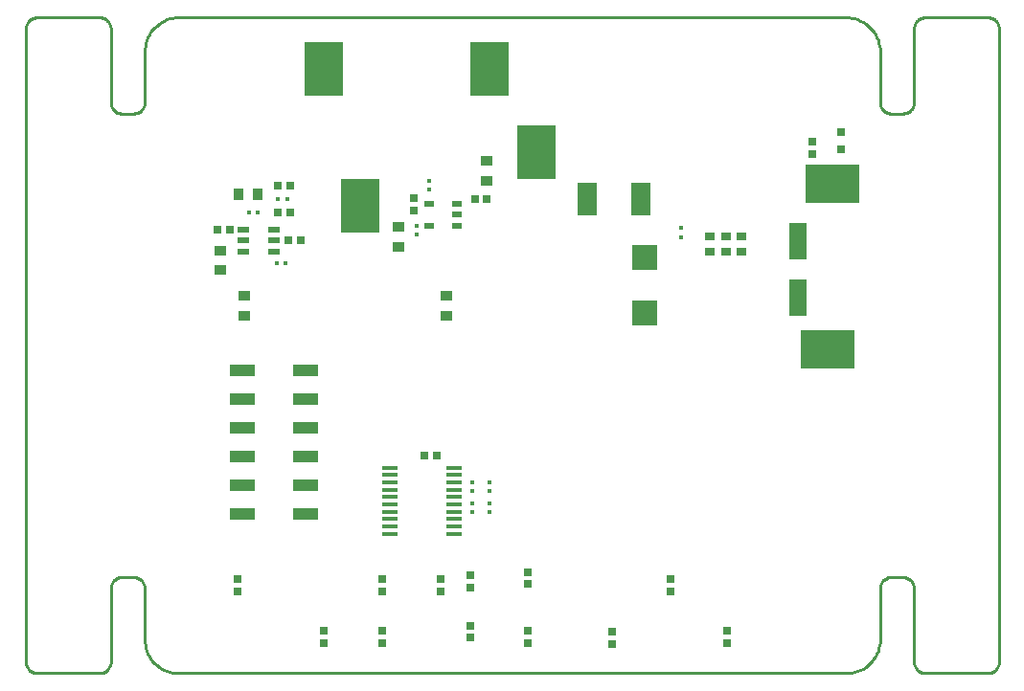
<source format=gbr>
G04 EAGLE Gerber RS-274X export*
G75*
%MOIN*%
%FSLAX34Y34*%
%LPD*%
%INSolderpaste Top*%
%IPPOS*%
%AMOC8*
5,1,8,0,0,1.08239X$1,22.5*%
G01*
%ADD10R,0.030000X0.027000*%
%ADD11R,0.135000X0.185000*%
%ADD12R,0.185000X0.135000*%
%ADD13R,0.087500X0.040000*%
%ADD14R,0.055000X0.013701*%
%ADD15R,0.031496X0.031496*%
%ADD16R,0.039370X0.021654*%
%ADD17R,0.017000X0.017000*%
%ADD18R,0.042000X0.035000*%
%ADD19R,0.027000X0.030000*%
%ADD20R,0.089000X0.085000*%
%ADD21R,0.035433X0.021654*%
%ADD22R,0.035433X0.027559*%
%ADD23R,0.062992X0.125984*%
%ADD24R,0.066000X0.114000*%
%ADD25R,0.035000X0.042000*%
%ADD26C,0.010000*%


D10*
X13320Y2310D03*
X13320Y2730D03*
D11*
X12000Y20270D03*
D12*
X23770Y10500D03*
D13*
X5613Y9750D03*
X3388Y9750D03*
X5613Y8750D03*
X3388Y8750D03*
X5613Y7750D03*
X3388Y7750D03*
X5613Y6750D03*
X3388Y6750D03*
X5613Y5750D03*
X3388Y5750D03*
X5613Y4750D03*
X3388Y4750D03*
D14*
X8548Y4069D03*
X8548Y4325D03*
X8548Y4581D03*
X8548Y4837D03*
X8548Y5093D03*
X8548Y5349D03*
X8548Y5605D03*
X8548Y5861D03*
X10768Y4069D03*
X10768Y4325D03*
X10768Y4581D03*
X10768Y4837D03*
X10768Y5093D03*
X10768Y5349D03*
X10768Y5605D03*
X10768Y5861D03*
X10768Y6116D03*
X10768Y6372D03*
X8548Y6116D03*
X8548Y6372D03*
D15*
X24250Y17455D03*
X24250Y18045D03*
D11*
X6250Y20270D03*
D16*
X3429Y14280D03*
X3429Y14654D03*
X3429Y13906D03*
X4491Y13906D03*
X4491Y14654D03*
X4491Y14280D03*
D17*
X4585Y13500D03*
X4895Y13500D03*
D18*
X2640Y13920D03*
X2640Y13240D03*
D19*
X4650Y15240D03*
X5070Y15240D03*
X5010Y14280D03*
X5430Y14280D03*
D17*
X4645Y15720D03*
X4955Y15720D03*
D18*
X3480Y11660D03*
X3480Y12340D03*
D20*
X17400Y13680D03*
X17400Y11760D03*
D21*
X10872Y15180D03*
X10872Y14806D03*
X10872Y15554D03*
X9888Y15554D03*
X9888Y14806D03*
D17*
X9900Y16045D03*
X9900Y16355D03*
D18*
X10500Y11660D03*
X10500Y12340D03*
D10*
X9360Y15750D03*
X9360Y15330D03*
D19*
X11490Y15720D03*
X11910Y15720D03*
X2970Y14640D03*
X2550Y14640D03*
D22*
X20760Y14416D03*
X20760Y13904D03*
X20220Y14416D03*
X20220Y13904D03*
X19680Y14416D03*
X19680Y13904D03*
D19*
X5070Y16200D03*
X4650Y16200D03*
D23*
X22750Y14250D03*
X22750Y12281D03*
D24*
X15400Y15730D03*
X17280Y15730D03*
D17*
X18670Y14715D03*
X18670Y14405D03*
D10*
X11340Y2190D03*
X11340Y2610D03*
D19*
X10170Y6780D03*
X9750Y6780D03*
D10*
X11340Y450D03*
X11340Y870D03*
D12*
X23920Y16250D03*
D18*
X11900Y16360D03*
X11900Y17040D03*
D17*
X11400Y4825D03*
X11400Y5135D03*
X11400Y5855D03*
X11400Y5545D03*
X12000Y4825D03*
X12000Y5135D03*
X12000Y5855D03*
X12000Y5545D03*
D10*
X23250Y17290D03*
X23250Y17710D03*
D11*
X7500Y15480D03*
X13630Y17360D03*
D10*
X13320Y270D03*
X13320Y690D03*
X6240Y270D03*
X6240Y690D03*
X18300Y2070D03*
X18300Y2490D03*
X8280Y2070D03*
X8280Y2490D03*
X8280Y270D03*
X8280Y690D03*
X10310Y2060D03*
X10310Y2480D03*
X20280Y270D03*
X20280Y690D03*
X3240Y2070D03*
X3240Y2490D03*
X16270Y230D03*
X16270Y650D03*
D17*
X3935Y15240D03*
X3625Y15240D03*
D25*
X3940Y15900D03*
X3260Y15900D03*
D18*
X8820Y14740D03*
X8820Y14060D03*
D17*
X9480Y14795D03*
X9480Y14485D03*
D26*
X-4134Y-394D02*
X-4132Y-428D01*
X-4128Y-462D01*
X-4120Y-496D01*
X-4110Y-528D01*
X-4097Y-560D01*
X-4081Y-591D01*
X-4063Y-620D01*
X-4042Y-647D01*
X-4019Y-672D01*
X-3993Y-695D01*
X-3966Y-716D01*
X-3937Y-735D01*
X-3907Y-751D01*
X-3875Y-764D01*
X-3842Y-774D01*
X-3809Y-781D01*
X-3774Y-786D01*
X-3740Y-787D01*
X-1575Y-787D01*
X-1540Y-786D01*
X-1506Y-781D01*
X-1473Y-774D01*
X-1440Y-764D01*
X-1408Y-751D01*
X-1378Y-735D01*
X-1349Y-716D01*
X-1322Y-695D01*
X-1296Y-672D01*
X-1273Y-647D01*
X-1252Y-620D01*
X-1234Y-591D01*
X-1218Y-560D01*
X-1205Y-528D01*
X-1195Y-496D01*
X-1187Y-462D01*
X-1183Y-428D01*
X-1181Y-394D01*
X-1181Y2165D01*
X-1180Y2200D01*
X-1175Y2234D01*
X-1168Y2267D01*
X-1157Y2300D01*
X-1144Y2332D01*
X-1128Y2362D01*
X-1110Y2391D01*
X-1089Y2418D01*
X-1066Y2444D01*
X-1040Y2467D01*
X-1013Y2488D01*
X-984Y2506D01*
X-954Y2522D01*
X-922Y2535D01*
X-889Y2546D01*
X-856Y2553D01*
X-822Y2558D01*
X-787Y2559D01*
X-394Y2559D01*
X-359Y2558D01*
X-325Y2553D01*
X-292Y2546D01*
X-259Y2535D01*
X-227Y2522D01*
X-197Y2506D01*
X-168Y2488D01*
X-141Y2467D01*
X-115Y2444D01*
X-92Y2418D01*
X-71Y2391D01*
X-53Y2362D01*
X-37Y2332D01*
X-24Y2300D01*
X-13Y2267D01*
X-6Y2234D01*
X-1Y2200D01*
X0Y2165D01*
X0Y394D01*
X4Y291D01*
X18Y189D01*
X40Y88D01*
X71Y-10D01*
X111Y-105D01*
X158Y-197D01*
X214Y-284D01*
X276Y-365D01*
X346Y-441D01*
X422Y-511D01*
X504Y-574D01*
X591Y-629D01*
X682Y-677D01*
X777Y-716D01*
X875Y-747D01*
X976Y-769D01*
X1078Y-783D01*
X1181Y-787D01*
X24409Y-787D01*
X24512Y-783D01*
X24615Y-769D01*
X24715Y-747D01*
X24813Y-716D01*
X24909Y-677D01*
X25000Y-629D01*
X25087Y-574D01*
X25169Y-511D01*
X25245Y-441D01*
X25314Y-365D01*
X25377Y-284D01*
X25432Y-197D01*
X25480Y-105D01*
X25519Y-10D01*
X25550Y88D01*
X25573Y189D01*
X25586Y291D01*
X25591Y394D01*
X25591Y2165D01*
X25592Y2200D01*
X25597Y2234D01*
X25604Y2267D01*
X25614Y2300D01*
X25627Y2332D01*
X25643Y2362D01*
X25662Y2391D01*
X25683Y2418D01*
X25706Y2444D01*
X25731Y2467D01*
X25758Y2488D01*
X25787Y2506D01*
X25818Y2522D01*
X25850Y2535D01*
X25882Y2546D01*
X25916Y2553D01*
X25950Y2558D01*
X25984Y2559D01*
X26378Y2559D01*
X26412Y2558D01*
X26446Y2553D01*
X26480Y2546D01*
X26513Y2535D01*
X26544Y2522D01*
X26575Y2506D01*
X26604Y2488D01*
X26631Y2467D01*
X26656Y2444D01*
X26680Y2418D01*
X26700Y2391D01*
X26719Y2362D01*
X26735Y2332D01*
X26748Y2300D01*
X26758Y2267D01*
X26766Y2234D01*
X26770Y2200D01*
X26772Y2165D01*
X26772Y-394D01*
X26773Y-428D01*
X26778Y-462D01*
X26785Y-496D01*
X26795Y-528D01*
X26809Y-560D01*
X26824Y-591D01*
X26843Y-620D01*
X26864Y-647D01*
X26887Y-672D01*
X26912Y-695D01*
X26940Y-716D01*
X26969Y-735D01*
X26999Y-751D01*
X27031Y-764D01*
X27063Y-774D01*
X27097Y-781D01*
X27131Y-786D01*
X27165Y-787D01*
X29331Y-787D01*
X29365Y-786D01*
X29399Y-781D01*
X29433Y-774D01*
X29465Y-764D01*
X29497Y-751D01*
X29528Y-735D01*
X29557Y-716D01*
X29584Y-695D01*
X29609Y-672D01*
X29632Y-647D01*
X29653Y-620D01*
X29672Y-591D01*
X29688Y-560D01*
X29701Y-528D01*
X29711Y-496D01*
X29718Y-462D01*
X29723Y-428D01*
X29724Y-394D01*
X29724Y21654D01*
X29723Y21688D01*
X29718Y21722D01*
X29711Y21755D01*
X29701Y21788D01*
X29688Y21820D01*
X29672Y21850D01*
X29653Y21879D01*
X29632Y21907D01*
X29609Y21932D01*
X29584Y21955D01*
X29557Y21976D01*
X29528Y21994D01*
X29497Y22010D01*
X29465Y22024D01*
X29433Y22034D01*
X29399Y22041D01*
X29365Y22046D01*
X29331Y22047D01*
X27165Y22047D01*
X27131Y22046D01*
X27097Y22041D01*
X27063Y22034D01*
X27031Y22024D01*
X26999Y22010D01*
X26969Y21994D01*
X26940Y21976D01*
X26912Y21955D01*
X26887Y21932D01*
X26864Y21907D01*
X26843Y21879D01*
X26824Y21850D01*
X26809Y21820D01*
X26795Y21788D01*
X26785Y21755D01*
X26778Y21722D01*
X26773Y21688D01*
X26772Y21654D01*
X26772Y19094D01*
X26770Y19060D01*
X26766Y19026D01*
X26758Y18993D01*
X26748Y18960D01*
X26735Y18928D01*
X26719Y18898D01*
X26700Y18869D01*
X26680Y18841D01*
X26656Y18816D01*
X26631Y18793D01*
X26604Y18772D01*
X26575Y18754D01*
X26544Y18738D01*
X26513Y18725D01*
X26480Y18714D01*
X26446Y18707D01*
X26412Y18702D01*
X26378Y18701D01*
X25984Y18701D01*
X25950Y18702D01*
X25916Y18707D01*
X25882Y18714D01*
X25850Y18725D01*
X25818Y18738D01*
X25787Y18754D01*
X25758Y18772D01*
X25731Y18793D01*
X25706Y18816D01*
X25683Y18841D01*
X25662Y18869D01*
X25643Y18898D01*
X25627Y18928D01*
X25614Y18960D01*
X25604Y18993D01*
X25597Y19026D01*
X25592Y19060D01*
X25591Y19094D01*
X25591Y20866D01*
X25586Y20969D01*
X25573Y21071D01*
X25550Y21172D01*
X25519Y21270D01*
X25480Y21365D01*
X25432Y21457D01*
X25377Y21544D01*
X25314Y21625D01*
X25245Y21701D01*
X25169Y21771D01*
X25087Y21834D01*
X25000Y21889D01*
X24909Y21937D01*
X24813Y21976D01*
X24715Y22007D01*
X24615Y22029D01*
X24512Y22043D01*
X24409Y22047D01*
X1181Y22047D01*
X1078Y22043D01*
X976Y22029D01*
X875Y22007D01*
X777Y21976D01*
X682Y21937D01*
X591Y21889D01*
X504Y21834D01*
X422Y21771D01*
X346Y21701D01*
X276Y21625D01*
X214Y21544D01*
X158Y21457D01*
X111Y21365D01*
X71Y21270D01*
X40Y21172D01*
X18Y21071D01*
X4Y20969D01*
X0Y20866D01*
X0Y19094D01*
X-1Y19060D01*
X-6Y19026D01*
X-13Y18993D01*
X-24Y18960D01*
X-37Y18928D01*
X-53Y18898D01*
X-71Y18869D01*
X-92Y18841D01*
X-115Y18816D01*
X-141Y18793D01*
X-168Y18772D01*
X-197Y18754D01*
X-227Y18738D01*
X-259Y18725D01*
X-292Y18714D01*
X-325Y18707D01*
X-359Y18702D01*
X-394Y18701D01*
X-787Y18701D01*
X-822Y18702D01*
X-856Y18707D01*
X-889Y18714D01*
X-922Y18725D01*
X-954Y18738D01*
X-984Y18754D01*
X-1013Y18772D01*
X-1040Y18793D01*
X-1066Y18816D01*
X-1089Y18841D01*
X-1110Y18869D01*
X-1128Y18898D01*
X-1144Y18928D01*
X-1157Y18960D01*
X-1168Y18993D01*
X-1175Y19026D01*
X-1180Y19060D01*
X-1181Y19094D01*
X-1181Y21654D01*
X-1183Y21688D01*
X-1187Y21722D01*
X-1195Y21755D01*
X-1205Y21788D01*
X-1218Y21820D01*
X-1234Y21850D01*
X-1252Y21879D01*
X-1273Y21907D01*
X-1296Y21932D01*
X-1322Y21955D01*
X-1349Y21976D01*
X-1378Y21994D01*
X-1408Y22010D01*
X-1440Y22024D01*
X-1473Y22034D01*
X-1506Y22041D01*
X-1540Y22046D01*
X-1575Y22047D01*
X-3740Y22047D01*
X-3774Y22046D01*
X-3809Y22041D01*
X-3842Y22034D01*
X-3875Y22024D01*
X-3907Y22010D01*
X-3937Y21994D01*
X-3966Y21976D01*
X-3993Y21955D01*
X-4019Y21932D01*
X-4042Y21907D01*
X-4063Y21879D01*
X-4081Y21850D01*
X-4097Y21820D01*
X-4110Y21788D01*
X-4120Y21755D01*
X-4128Y21722D01*
X-4132Y21688D01*
X-4134Y21654D01*
X-4134Y-394D01*
M02*

</source>
